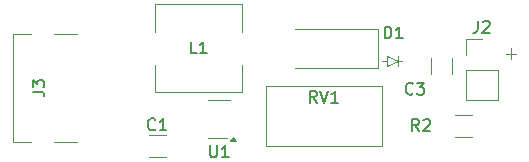
<source format=gbr>
%TF.GenerationSoftware,KiCad,Pcbnew,8.0.8*%
%TF.CreationDate,2025-02-14T22:47:41+08:00*%
%TF.ProjectId,5V24VBoostUp(USBC),35563234-5642-46f6-9f73-745570285553,rev?*%
%TF.SameCoordinates,Original*%
%TF.FileFunction,Legend,Top*%
%TF.FilePolarity,Positive*%
%FSLAX46Y46*%
G04 Gerber Fmt 4.6, Leading zero omitted, Abs format (unit mm)*
G04 Created by KiCad (PCBNEW 8.0.8) date 2025-02-14 22:47:41*
%MOMM*%
%LPD*%
G01*
G04 APERTURE LIST*
%ADD10C,0.100000*%
%ADD11C,0.150000*%
%ADD12C,0.120000*%
G04 APERTURE END LIST*
D10*
X173659800Y-80479900D02*
X173659800Y-81419700D01*
X164033200Y-81127600D02*
X164033200Y-81584800D01*
X164033200Y-81584800D02*
X164388800Y-81584800D01*
X163169600Y-81965800D02*
X164033200Y-81584800D01*
X163169600Y-81153000D02*
X163169600Y-81965800D01*
X164033200Y-81991200D02*
X164033200Y-81584800D01*
X173177200Y-80937100D02*
X174091600Y-80937100D01*
X163169600Y-81559400D02*
X162712400Y-81559400D01*
X164033200Y-81584800D02*
X163169600Y-81153000D01*
D11*
X143508833Y-87329180D02*
X143461214Y-87376800D01*
X143461214Y-87376800D02*
X143318357Y-87424419D01*
X143318357Y-87424419D02*
X143223119Y-87424419D01*
X143223119Y-87424419D02*
X143080262Y-87376800D01*
X143080262Y-87376800D02*
X142985024Y-87281561D01*
X142985024Y-87281561D02*
X142937405Y-87186323D01*
X142937405Y-87186323D02*
X142889786Y-86995847D01*
X142889786Y-86995847D02*
X142889786Y-86852990D01*
X142889786Y-86852990D02*
X142937405Y-86662514D01*
X142937405Y-86662514D02*
X142985024Y-86567276D01*
X142985024Y-86567276D02*
X143080262Y-86472038D01*
X143080262Y-86472038D02*
X143223119Y-86424419D01*
X143223119Y-86424419D02*
X143318357Y-86424419D01*
X143318357Y-86424419D02*
X143461214Y-86472038D01*
X143461214Y-86472038D02*
X143508833Y-86519657D01*
X144461214Y-87424419D02*
X143889786Y-87424419D01*
X144175500Y-87424419D02*
X144175500Y-86424419D01*
X144175500Y-86424419D02*
X144080262Y-86567276D01*
X144080262Y-86567276D02*
X143985024Y-86662514D01*
X143985024Y-86662514D02*
X143889786Y-86710133D01*
X162939505Y-79652019D02*
X162939505Y-78652019D01*
X162939505Y-78652019D02*
X163177600Y-78652019D01*
X163177600Y-78652019D02*
X163320457Y-78699638D01*
X163320457Y-78699638D02*
X163415695Y-78794876D01*
X163415695Y-78794876D02*
X163463314Y-78890114D01*
X163463314Y-78890114D02*
X163510933Y-79080590D01*
X163510933Y-79080590D02*
X163510933Y-79223447D01*
X163510933Y-79223447D02*
X163463314Y-79413923D01*
X163463314Y-79413923D02*
X163415695Y-79509161D01*
X163415695Y-79509161D02*
X163320457Y-79604400D01*
X163320457Y-79604400D02*
X163177600Y-79652019D01*
X163177600Y-79652019D02*
X162939505Y-79652019D01*
X164463314Y-79652019D02*
X163891886Y-79652019D01*
X164177600Y-79652019D02*
X164177600Y-78652019D01*
X164177600Y-78652019D02*
X164082362Y-78794876D01*
X164082362Y-78794876D02*
X163987124Y-78890114D01*
X163987124Y-78890114D02*
X163891886Y-78937733D01*
X133135019Y-84178733D02*
X133849304Y-84178733D01*
X133849304Y-84178733D02*
X133992161Y-84226352D01*
X133992161Y-84226352D02*
X134087400Y-84321590D01*
X134087400Y-84321590D02*
X134135019Y-84464447D01*
X134135019Y-84464447D02*
X134135019Y-84559685D01*
X133135019Y-83797780D02*
X133135019Y-83178733D01*
X133135019Y-83178733D02*
X133515971Y-83512066D01*
X133515971Y-83512066D02*
X133515971Y-83369209D01*
X133515971Y-83369209D02*
X133563590Y-83273971D01*
X133563590Y-83273971D02*
X133611209Y-83226352D01*
X133611209Y-83226352D02*
X133706447Y-83178733D01*
X133706447Y-83178733D02*
X133944542Y-83178733D01*
X133944542Y-83178733D02*
X134039780Y-83226352D01*
X134039780Y-83226352D02*
X134087400Y-83273971D01*
X134087400Y-83273971D02*
X134135019Y-83369209D01*
X134135019Y-83369209D02*
X134135019Y-83654923D01*
X134135019Y-83654923D02*
X134087400Y-83750161D01*
X134087400Y-83750161D02*
X134039780Y-83797780D01*
X170837266Y-78150819D02*
X170837266Y-78865104D01*
X170837266Y-78865104D02*
X170789647Y-79007961D01*
X170789647Y-79007961D02*
X170694409Y-79103200D01*
X170694409Y-79103200D02*
X170551552Y-79150819D01*
X170551552Y-79150819D02*
X170456314Y-79150819D01*
X171265838Y-78246057D02*
X171313457Y-78198438D01*
X171313457Y-78198438D02*
X171408695Y-78150819D01*
X171408695Y-78150819D02*
X171646790Y-78150819D01*
X171646790Y-78150819D02*
X171742028Y-78198438D01*
X171742028Y-78198438D02*
X171789647Y-78246057D01*
X171789647Y-78246057D02*
X171837266Y-78341295D01*
X171837266Y-78341295D02*
X171837266Y-78436533D01*
X171837266Y-78436533D02*
X171789647Y-78579390D01*
X171789647Y-78579390D02*
X171218219Y-79150819D01*
X171218219Y-79150819D02*
X171837266Y-79150819D01*
X148154495Y-88710419D02*
X148154495Y-89519942D01*
X148154495Y-89519942D02*
X148202114Y-89615180D01*
X148202114Y-89615180D02*
X148249733Y-89662800D01*
X148249733Y-89662800D02*
X148344971Y-89710419D01*
X148344971Y-89710419D02*
X148535447Y-89710419D01*
X148535447Y-89710419D02*
X148630685Y-89662800D01*
X148630685Y-89662800D02*
X148678304Y-89615180D01*
X148678304Y-89615180D02*
X148725923Y-89519942D01*
X148725923Y-89519942D02*
X148725923Y-88710419D01*
X149725923Y-89710419D02*
X149154495Y-89710419D01*
X149440209Y-89710419D02*
X149440209Y-88710419D01*
X149440209Y-88710419D02*
X149344971Y-88853276D01*
X149344971Y-88853276D02*
X149249733Y-88948514D01*
X149249733Y-88948514D02*
X149154495Y-88996133D01*
X147026333Y-80922019D02*
X146550143Y-80922019D01*
X146550143Y-80922019D02*
X146550143Y-79922019D01*
X147883476Y-80922019D02*
X147312048Y-80922019D01*
X147597762Y-80922019D02*
X147597762Y-79922019D01*
X147597762Y-79922019D02*
X147502524Y-80064876D01*
X147502524Y-80064876D02*
X147407286Y-80160114D01*
X147407286Y-80160114D02*
X147312048Y-80207733D01*
X165847733Y-87475219D02*
X165514400Y-86999028D01*
X165276305Y-87475219D02*
X165276305Y-86475219D01*
X165276305Y-86475219D02*
X165657257Y-86475219D01*
X165657257Y-86475219D02*
X165752495Y-86522838D01*
X165752495Y-86522838D02*
X165800114Y-86570457D01*
X165800114Y-86570457D02*
X165847733Y-86665695D01*
X165847733Y-86665695D02*
X165847733Y-86808552D01*
X165847733Y-86808552D02*
X165800114Y-86903790D01*
X165800114Y-86903790D02*
X165752495Y-86951409D01*
X165752495Y-86951409D02*
X165657257Y-86999028D01*
X165657257Y-86999028D02*
X165276305Y-86999028D01*
X166228686Y-86570457D02*
X166276305Y-86522838D01*
X166276305Y-86522838D02*
X166371543Y-86475219D01*
X166371543Y-86475219D02*
X166609638Y-86475219D01*
X166609638Y-86475219D02*
X166704876Y-86522838D01*
X166704876Y-86522838D02*
X166752495Y-86570457D01*
X166752495Y-86570457D02*
X166800114Y-86665695D01*
X166800114Y-86665695D02*
X166800114Y-86760933D01*
X166800114Y-86760933D02*
X166752495Y-86903790D01*
X166752495Y-86903790D02*
X166181067Y-87475219D01*
X166181067Y-87475219D02*
X166800114Y-87475219D01*
X165339733Y-84306580D02*
X165292114Y-84354200D01*
X165292114Y-84354200D02*
X165149257Y-84401819D01*
X165149257Y-84401819D02*
X165054019Y-84401819D01*
X165054019Y-84401819D02*
X164911162Y-84354200D01*
X164911162Y-84354200D02*
X164815924Y-84258961D01*
X164815924Y-84258961D02*
X164768305Y-84163723D01*
X164768305Y-84163723D02*
X164720686Y-83973247D01*
X164720686Y-83973247D02*
X164720686Y-83830390D01*
X164720686Y-83830390D02*
X164768305Y-83639914D01*
X164768305Y-83639914D02*
X164815924Y-83544676D01*
X164815924Y-83544676D02*
X164911162Y-83449438D01*
X164911162Y-83449438D02*
X165054019Y-83401819D01*
X165054019Y-83401819D02*
X165149257Y-83401819D01*
X165149257Y-83401819D02*
X165292114Y-83449438D01*
X165292114Y-83449438D02*
X165339733Y-83497057D01*
X165673067Y-83401819D02*
X166292114Y-83401819D01*
X166292114Y-83401819D02*
X165958781Y-83782771D01*
X165958781Y-83782771D02*
X166101638Y-83782771D01*
X166101638Y-83782771D02*
X166196876Y-83830390D01*
X166196876Y-83830390D02*
X166244495Y-83878009D01*
X166244495Y-83878009D02*
X166292114Y-83973247D01*
X166292114Y-83973247D02*
X166292114Y-84211342D01*
X166292114Y-84211342D02*
X166244495Y-84306580D01*
X166244495Y-84306580D02*
X166196876Y-84354200D01*
X166196876Y-84354200D02*
X166101638Y-84401819D01*
X166101638Y-84401819D02*
X165815924Y-84401819D01*
X165815924Y-84401819D02*
X165720686Y-84354200D01*
X165720686Y-84354200D02*
X165673067Y-84306580D01*
X157189561Y-85087619D02*
X156856228Y-84611428D01*
X156618133Y-85087619D02*
X156618133Y-84087619D01*
X156618133Y-84087619D02*
X156999085Y-84087619D01*
X156999085Y-84087619D02*
X157094323Y-84135238D01*
X157094323Y-84135238D02*
X157141942Y-84182857D01*
X157141942Y-84182857D02*
X157189561Y-84278095D01*
X157189561Y-84278095D02*
X157189561Y-84420952D01*
X157189561Y-84420952D02*
X157141942Y-84516190D01*
X157141942Y-84516190D02*
X157094323Y-84563809D01*
X157094323Y-84563809D02*
X156999085Y-84611428D01*
X156999085Y-84611428D02*
X156618133Y-84611428D01*
X157475276Y-84087619D02*
X157808609Y-85087619D01*
X157808609Y-85087619D02*
X158141942Y-84087619D01*
X158999085Y-85087619D02*
X158427657Y-85087619D01*
X158713371Y-85087619D02*
X158713371Y-84087619D01*
X158713371Y-84087619D02*
X158618133Y-84230476D01*
X158618133Y-84230476D02*
X158522895Y-84325714D01*
X158522895Y-84325714D02*
X158427657Y-84373333D01*
D12*
%TO.C,C1*%
X142976548Y-87837600D02*
X144399052Y-87837600D01*
X142976548Y-89657600D02*
X144399052Y-89657600D01*
%TO.C,D1*%
X162345600Y-78817200D02*
X155335600Y-78817200D01*
X162345600Y-82117200D02*
X155335600Y-82117200D01*
X162345600Y-82117200D02*
X162345600Y-78817200D01*
%TO.C,J3*%
X131501600Y-79265400D02*
X131501600Y-88425400D01*
X133011600Y-79265400D02*
X131501600Y-79265400D01*
X133011600Y-88425400D02*
X131501600Y-88425400D01*
X136911600Y-79265400D02*
X134911600Y-79265400D01*
X136911600Y-88425400D02*
X134911600Y-88425400D01*
%TO.C,J2*%
X169840600Y-79696000D02*
X171170600Y-79696000D01*
X169840600Y-81026000D02*
X169840600Y-79696000D01*
X169840600Y-82296000D02*
X169840600Y-84896000D01*
X169840600Y-82296000D02*
X172500600Y-82296000D01*
X169840600Y-84896000D02*
X172500600Y-84896000D01*
X172500600Y-82296000D02*
X172500600Y-84896000D01*
%TO.C,U1*%
X148816400Y-88056400D02*
X148016400Y-88056400D01*
X148816400Y-88056400D02*
X149616400Y-88056400D01*
X149816400Y-84836400D02*
X148016400Y-84836400D01*
X150356400Y-88336400D02*
X149876400Y-88336400D01*
X150116400Y-88006400D01*
X150356400Y-88336400D01*
G36*
X150356400Y-88336400D02*
G01*
X149876400Y-88336400D01*
X150116400Y-88006400D01*
X150356400Y-88336400D01*
G37*
%TO.C,L1*%
X143493000Y-76767200D02*
X150893000Y-76767200D01*
X143493000Y-79067200D02*
X143493000Y-76767200D01*
X143493000Y-84167200D02*
X143493000Y-81867200D01*
X150893000Y-76767200D02*
X150893000Y-79067200D01*
X150893000Y-81867200D02*
X150893000Y-84167200D01*
X150893000Y-84167200D02*
X143493000Y-84167200D01*
%TO.C,R2*%
X170373664Y-86135800D02*
X168919536Y-86135800D01*
X170373664Y-87955800D02*
X168919536Y-87955800D01*
%TO.C,C3*%
X166857000Y-81279948D02*
X166857000Y-82702452D01*
X168677000Y-81279948D02*
X168677000Y-82702452D01*
%TO.C,RV1*%
X152925200Y-83677600D02*
X152925200Y-88747600D01*
X152925200Y-83677600D02*
X162695200Y-83677600D01*
X152925200Y-88747600D02*
X162695200Y-88747600D01*
X162695200Y-83677600D02*
X162695200Y-88747600D01*
%TD*%
M02*

</source>
